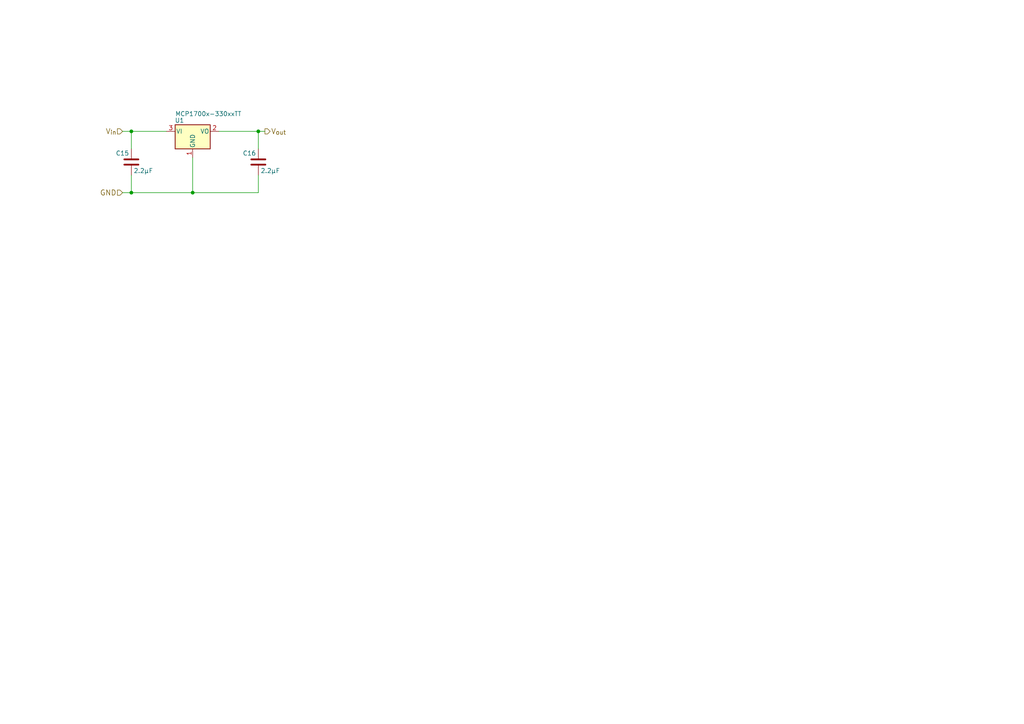
<source format=kicad_sch>
(kicad_sch (version 20230121) (generator eeschema)
  (paper "A4")
  (lib_symbols
    (symbol "Device:C" (pin_numbers hide) (pin_names (offset 0.254))
      (property "Reference" "C" (at 0.635 2.54 0))
      (property "Value" "C" (at 0.635 -2.54 0))
      (symbol "C_0_1"
        (polyline (pts (xy -2.032 -0.762) (xy 2.032 -0.762)) (stroke (width 0.508)))
        (polyline (pts (xy -2.032 0.762) (xy 2.032 0.762)) (stroke (width 0.508)))
      )
      (symbol "C_1_1"
        (pin passive line (at 0 3.81 270) (length 2.794) (name "~") (number "1"))
        (pin passive line (at 0 -3.81 90) (length 2.794) (name "~") (number "2"))
      )
    )
    (symbol "Regulator_Linear:MCP1700x-330xxTT" (pin_names (offset 0.254))
      (property "Reference" "U" (at -3.81 3.175 0))
      (property "Value" "MCP1700x-330xxTT" (at 0 3.175 0))
      (symbol "MCP1700x-330xxTT_0_1"
        (rectangle (start -5.08 1.905) (end 5.08 -5.08) (stroke (width 0.254)) (fill (type background)))
      )
      (symbol "MCP1700x-330xxTT_1_1"
        (pin power_in line (at 0 -7.62 90) (length 2.54) (name "GND") (number "1"))
        (pin power_out line (at 7.62 0 180) (length 2.54) (name "VO") (number "2"))
        (pin power_in line (at -7.62 0 0) (length 2.54) (name "VI") (number "3"))
      )
    )
  )
  (junction (at 38.1 38.1))
  (junction (at 55.88 55.88))
  (junction (at 38.1 55.88))
  (junction (at 74.93 38.1))
  (wire (pts (xy 74.93 50.8) (xy 74.93 55.88)))
  (wire (pts (xy 35.56 55.88) (xy 38.1 55.88)))
  (wire (pts (xy 38.1 38.1) (xy 48.26 38.1)))
  (wire (pts (xy 74.93 38.1) (xy 76.835 38.1)))
  (wire (pts (xy 55.88 45.72) (xy 55.88 55.88)))
  (wire (pts (xy 35.56 38.1) (xy 38.1 38.1)))
  (wire (pts (xy 55.88 55.88) (xy 74.93 55.88)))
  (wire (pts (xy 38.1 50.8) (xy 38.1 55.88)))
  (wire (pts (xy 74.93 38.1) (xy 74.93 43.18)))
  (wire (pts (xy 38.1 55.88) (xy 55.88 55.88)))
  (wire (pts (xy 63.5 38.1) (xy 74.93 38.1)))
  (wire (pts (xy 38.1 38.1) (xy 38.1 43.18)))
  (hierarchical_label "V_{out}" (shape output) (at 76.835 38.1 0) (effects (font (size 1.524 1.524))))
  (hierarchical_label "GND" (shape input) (at 35.56 55.88 180) (effects (font (size 1.524 1.524))))
  (hierarchical_label "V_{in}" (shape input) (at 35.56 38.1 180) (effects (font (size 1.524 1.524))))
  (symbol (lib_id "Device:C") (at 38.1 46.99 0) (unit 1)
    (property "Reference" "C15" (at 37.465 44.45 0) (effects (justify right)))
    (property "Value" "2.2µF" (at 38.735 49.53 0) (effects (justify left)))
    (property "Footprint" "Capacitor_SMD:C_0603_1608Metric" (effects hide))
  )
  (symbol (lib_id "Device:C") (at 74.93 46.99 0) (unit 1)
    (property "Reference" "C16" (at 74.295 44.45 0) (effects (justify right)))
    (property "Value" "2.2µF" (at 75.565 49.53 0) (effects (justify left)))
    (property "Footprint" "Capacitor_SMD:C_0603_1608Metric" (effects hide))
  )
  (symbol (lib_id "Regulator_Linear:MCP1700x-330xxTT") (at 55.88 38.1 0) (unit 1)
    (property "Reference" "U1" (at 52.07 34.925 0))
    (property "Value" "MCP1700x-330xxTT" (at 50.8 33.02 0) (effects (justify left)))
    (property "Footprint" "Package_TO_SOT_SMD:SOT-23" (effects hide))
    (property "Datasheet" "http://ww1.microchip.com/downloads/en/DeviceDoc/20001826D.pdf" (effects hide))
  )
)
</source>
